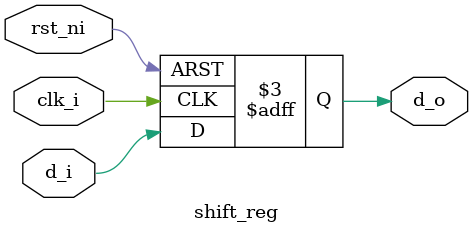
<source format=v>
module shift_reg (
	clk_i,
	rst_ni,
	d_i,
	d_o
);
	parameter [31:0] Depth = 1;
	input wire clk_i;
	input wire rst_ni;
	input wire d_i;
	output reg d_o;
	generate
		if (Depth == 0) begin : genblk1
			wire [1:1] sv2v_tmp_021F4;
			assign sv2v_tmp_021F4 = d_i;
			always @(*) d_o = sv2v_tmp_021F4;
		end
		else if (Depth == 1) begin : genblk1
			always @(posedge clk_i or negedge rst_ni)
				if (~rst_ni)
					d_o <= 1'sb0;
				else
					d_o <= d_i;
		end
		else if (Depth > 1) begin : genblk1
			wire [Depth - 1:0] reg_d;
			reg [Depth - 1:0] reg_q;
			wire [1:1] sv2v_tmp_D887A;
			assign sv2v_tmp_D887A = reg_q[Depth - 1];
			always @(*) d_o = sv2v_tmp_D887A;
			assign reg_d = {reg_q[Depth - 2:0], d_i};
			always @(posedge clk_i or negedge rst_ni)
				if (~rst_ni)
					reg_q <= 1'sb0;
				else
					reg_q <= reg_d;
		end
	endgenerate
endmodule

</source>
